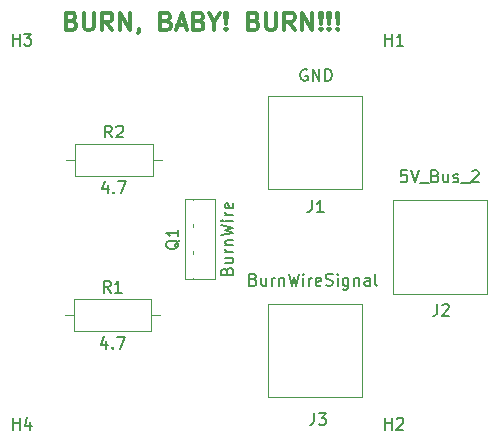
<source format=gbr>
G04 #@! TF.GenerationSoftware,KiCad,Pcbnew,(5.1.5)-3*
G04 #@! TF.CreationDate,2020-04-13T18:35:01-04:00*
G04 #@! TF.ProjectId,BurnWire_Circuit,4275726e-5769-4726-955f-436972637569,rev?*
G04 #@! TF.SameCoordinates,Original*
G04 #@! TF.FileFunction,Legend,Top*
G04 #@! TF.FilePolarity,Positive*
%FSLAX46Y46*%
G04 Gerber Fmt 4.6, Leading zero omitted, Abs format (unit mm)*
G04 Created by KiCad (PCBNEW (5.1.5)-3) date 2020-04-13 18:35:01*
%MOMM*%
%LPD*%
G04 APERTURE LIST*
%ADD10C,0.300000*%
%ADD11C,0.120000*%
%ADD12C,0.150000*%
G04 APERTURE END LIST*
D10*
X181532000Y-58312857D02*
X181746285Y-58384285D01*
X181817714Y-58455714D01*
X181889142Y-58598571D01*
X181889142Y-58812857D01*
X181817714Y-58955714D01*
X181746285Y-59027142D01*
X181603428Y-59098571D01*
X181032000Y-59098571D01*
X181032000Y-57598571D01*
X181532000Y-57598571D01*
X181674857Y-57670000D01*
X181746285Y-57741428D01*
X181817714Y-57884285D01*
X181817714Y-58027142D01*
X181746285Y-58170000D01*
X181674857Y-58241428D01*
X181532000Y-58312857D01*
X181032000Y-58312857D01*
X182532000Y-57598571D02*
X182532000Y-58812857D01*
X182603428Y-58955714D01*
X182674857Y-59027142D01*
X182817714Y-59098571D01*
X183103428Y-59098571D01*
X183246285Y-59027142D01*
X183317714Y-58955714D01*
X183389142Y-58812857D01*
X183389142Y-57598571D01*
X184960571Y-59098571D02*
X184460571Y-58384285D01*
X184103428Y-59098571D02*
X184103428Y-57598571D01*
X184674857Y-57598571D01*
X184817714Y-57670000D01*
X184889142Y-57741428D01*
X184960571Y-57884285D01*
X184960571Y-58098571D01*
X184889142Y-58241428D01*
X184817714Y-58312857D01*
X184674857Y-58384285D01*
X184103428Y-58384285D01*
X185603428Y-59098571D02*
X185603428Y-57598571D01*
X186460571Y-59098571D01*
X186460571Y-57598571D01*
X187246285Y-59027142D02*
X187246285Y-59098571D01*
X187174857Y-59241428D01*
X187103428Y-59312857D01*
X189532000Y-58312857D02*
X189746285Y-58384285D01*
X189817714Y-58455714D01*
X189889142Y-58598571D01*
X189889142Y-58812857D01*
X189817714Y-58955714D01*
X189746285Y-59027142D01*
X189603428Y-59098571D01*
X189032000Y-59098571D01*
X189032000Y-57598571D01*
X189532000Y-57598571D01*
X189674857Y-57670000D01*
X189746285Y-57741428D01*
X189817714Y-57884285D01*
X189817714Y-58027142D01*
X189746285Y-58170000D01*
X189674857Y-58241428D01*
X189532000Y-58312857D01*
X189032000Y-58312857D01*
X190460571Y-58670000D02*
X191174857Y-58670000D01*
X190317714Y-59098571D02*
X190817714Y-57598571D01*
X191317714Y-59098571D01*
X192317714Y-58312857D02*
X192532000Y-58384285D01*
X192603428Y-58455714D01*
X192674857Y-58598571D01*
X192674857Y-58812857D01*
X192603428Y-58955714D01*
X192532000Y-59027142D01*
X192389142Y-59098571D01*
X191817714Y-59098571D01*
X191817714Y-57598571D01*
X192317714Y-57598571D01*
X192460571Y-57670000D01*
X192532000Y-57741428D01*
X192603428Y-57884285D01*
X192603428Y-58027142D01*
X192532000Y-58170000D01*
X192460571Y-58241428D01*
X192317714Y-58312857D01*
X191817714Y-58312857D01*
X193603428Y-58384285D02*
X193603428Y-59098571D01*
X193103428Y-57598571D02*
X193603428Y-58384285D01*
X194103428Y-57598571D01*
X194603428Y-58955714D02*
X194674857Y-59027142D01*
X194603428Y-59098571D01*
X194532000Y-59027142D01*
X194603428Y-58955714D01*
X194603428Y-59098571D01*
X194603428Y-58527142D02*
X194532000Y-57670000D01*
X194603428Y-57598571D01*
X194674857Y-57670000D01*
X194603428Y-58527142D01*
X194603428Y-57598571D01*
X196960571Y-58312857D02*
X197174857Y-58384285D01*
X197246285Y-58455714D01*
X197317714Y-58598571D01*
X197317714Y-58812857D01*
X197246285Y-58955714D01*
X197174857Y-59027142D01*
X197032000Y-59098571D01*
X196460571Y-59098571D01*
X196460571Y-57598571D01*
X196960571Y-57598571D01*
X197103428Y-57670000D01*
X197174857Y-57741428D01*
X197246285Y-57884285D01*
X197246285Y-58027142D01*
X197174857Y-58170000D01*
X197103428Y-58241428D01*
X196960571Y-58312857D01*
X196460571Y-58312857D01*
X197960571Y-57598571D02*
X197960571Y-58812857D01*
X198032000Y-58955714D01*
X198103428Y-59027142D01*
X198246285Y-59098571D01*
X198532000Y-59098571D01*
X198674857Y-59027142D01*
X198746285Y-58955714D01*
X198817714Y-58812857D01*
X198817714Y-57598571D01*
X200389142Y-59098571D02*
X199889142Y-58384285D01*
X199532000Y-59098571D02*
X199532000Y-57598571D01*
X200103428Y-57598571D01*
X200246285Y-57670000D01*
X200317714Y-57741428D01*
X200389142Y-57884285D01*
X200389142Y-58098571D01*
X200317714Y-58241428D01*
X200246285Y-58312857D01*
X200103428Y-58384285D01*
X199532000Y-58384285D01*
X201032000Y-59098571D02*
X201032000Y-57598571D01*
X201889142Y-59098571D01*
X201889142Y-57598571D01*
X202603428Y-58955714D02*
X202674857Y-59027142D01*
X202603428Y-59098571D01*
X202532000Y-59027142D01*
X202603428Y-58955714D01*
X202603428Y-59098571D01*
X202603428Y-58527142D02*
X202532000Y-57670000D01*
X202603428Y-57598571D01*
X202674857Y-57670000D01*
X202603428Y-58527142D01*
X202603428Y-57598571D01*
X203317714Y-58955714D02*
X203389142Y-59027142D01*
X203317714Y-59098571D01*
X203246285Y-59027142D01*
X203317714Y-58955714D01*
X203317714Y-59098571D01*
X203317714Y-58527142D02*
X203246285Y-57670000D01*
X203317714Y-57598571D01*
X203389142Y-57670000D01*
X203317714Y-58527142D01*
X203317714Y-57598571D01*
X204032000Y-58955714D02*
X204103428Y-59027142D01*
X204032000Y-59098571D01*
X203960571Y-59027142D01*
X204032000Y-58955714D01*
X204032000Y-59098571D01*
X204032000Y-58527142D02*
X203960571Y-57670000D01*
X204032000Y-57598571D01*
X204103428Y-57670000D01*
X204032000Y-58527142D01*
X204032000Y-57598571D01*
D11*
X206061600Y-82262400D02*
X198136800Y-82262400D01*
X206061600Y-90187200D02*
X206061600Y-82262400D01*
X198136800Y-90187200D02*
X206061600Y-90187200D01*
X198136800Y-82262400D02*
X198136800Y-90187200D01*
X206101600Y-64642400D02*
X198176800Y-64642400D01*
X206101600Y-72567200D02*
X206101600Y-64642400D01*
X198176800Y-72567200D02*
X206101600Y-72567200D01*
X198176800Y-64642400D02*
X198176800Y-72567200D01*
X216651600Y-73482400D02*
X208726800Y-73482400D01*
X216651600Y-81407200D02*
X216651600Y-73482400D01*
X208726800Y-81407200D02*
X216651600Y-81407200D01*
X208726800Y-73482400D02*
X208726800Y-81407200D01*
X189129800Y-70078600D02*
X188359800Y-70078600D01*
X181049800Y-70078600D02*
X181819800Y-70078600D01*
X188359800Y-68708600D02*
X181819800Y-68708600D01*
X188359800Y-71448600D02*
X188359800Y-68708600D01*
X181819800Y-71448600D02*
X188359800Y-71448600D01*
X181819800Y-68708600D02*
X181819800Y-71448600D01*
X189015500Y-83223100D02*
X188245500Y-83223100D01*
X180935500Y-83223100D02*
X181705500Y-83223100D01*
X188245500Y-81853100D02*
X181705500Y-81853100D01*
X188245500Y-84593100D02*
X188245500Y-81853100D01*
X181705500Y-84593100D02*
X188245500Y-84593100D01*
X181705500Y-81853100D02*
X181705500Y-84593100D01*
X191809000Y-73481000D02*
X191809000Y-73370000D01*
X191809000Y-75771000D02*
X191809000Y-75498000D01*
X191809000Y-78061000D02*
X191809000Y-77788000D01*
X191809000Y-80190000D02*
X191809000Y-80079000D01*
X191070000Y-73370000D02*
X193610000Y-73370000D01*
X191070000Y-80190000D02*
X193610000Y-80190000D01*
X193610000Y-80190000D02*
X193610000Y-73370000D01*
X191070000Y-80190000D02*
X191070000Y-73370000D01*
D12*
X176530095Y-60396380D02*
X176530095Y-59396380D01*
X176530095Y-59872571D02*
X177101523Y-59872571D01*
X177101523Y-60396380D02*
X177101523Y-59396380D01*
X177482476Y-59396380D02*
X178101523Y-59396380D01*
X177768190Y-59777333D01*
X177911047Y-59777333D01*
X178006285Y-59824952D01*
X178053904Y-59872571D01*
X178101523Y-59967809D01*
X178101523Y-60205904D01*
X178053904Y-60301142D01*
X178006285Y-60348761D01*
X177911047Y-60396380D01*
X177625333Y-60396380D01*
X177530095Y-60348761D01*
X177482476Y-60301142D01*
X202036666Y-91502380D02*
X202036666Y-92216666D01*
X201989047Y-92359523D01*
X201893809Y-92454761D01*
X201750952Y-92502380D01*
X201655714Y-92502380D01*
X202417619Y-91502380D02*
X203036666Y-91502380D01*
X202703333Y-91883333D01*
X202846190Y-91883333D01*
X202941428Y-91930952D01*
X202989047Y-91978571D01*
X203036666Y-92073809D01*
X203036666Y-92311904D01*
X202989047Y-92407142D01*
X202941428Y-92454761D01*
X202846190Y-92502380D01*
X202560476Y-92502380D01*
X202465238Y-92454761D01*
X202417619Y-92407142D01*
X196896190Y-80198571D02*
X197039047Y-80246190D01*
X197086666Y-80293809D01*
X197134285Y-80389047D01*
X197134285Y-80531904D01*
X197086666Y-80627142D01*
X197039047Y-80674761D01*
X196943809Y-80722380D01*
X196562857Y-80722380D01*
X196562857Y-79722380D01*
X196896190Y-79722380D01*
X196991428Y-79770000D01*
X197039047Y-79817619D01*
X197086666Y-79912857D01*
X197086666Y-80008095D01*
X197039047Y-80103333D01*
X196991428Y-80150952D01*
X196896190Y-80198571D01*
X196562857Y-80198571D01*
X197991428Y-80055714D02*
X197991428Y-80722380D01*
X197562857Y-80055714D02*
X197562857Y-80579523D01*
X197610476Y-80674761D01*
X197705714Y-80722380D01*
X197848571Y-80722380D01*
X197943809Y-80674761D01*
X197991428Y-80627142D01*
X198467619Y-80722380D02*
X198467619Y-80055714D01*
X198467619Y-80246190D02*
X198515238Y-80150952D01*
X198562857Y-80103333D01*
X198658095Y-80055714D01*
X198753333Y-80055714D01*
X199086666Y-80055714D02*
X199086666Y-80722380D01*
X199086666Y-80150952D02*
X199134285Y-80103333D01*
X199229523Y-80055714D01*
X199372380Y-80055714D01*
X199467619Y-80103333D01*
X199515238Y-80198571D01*
X199515238Y-80722380D01*
X199896190Y-79722380D02*
X200134285Y-80722380D01*
X200324761Y-80008095D01*
X200515238Y-80722380D01*
X200753333Y-79722380D01*
X201134285Y-80722380D02*
X201134285Y-80055714D01*
X201134285Y-79722380D02*
X201086666Y-79770000D01*
X201134285Y-79817619D01*
X201181904Y-79770000D01*
X201134285Y-79722380D01*
X201134285Y-79817619D01*
X201610476Y-80722380D02*
X201610476Y-80055714D01*
X201610476Y-80246190D02*
X201658095Y-80150952D01*
X201705714Y-80103333D01*
X201800952Y-80055714D01*
X201896190Y-80055714D01*
X202610476Y-80674761D02*
X202515238Y-80722380D01*
X202324761Y-80722380D01*
X202229523Y-80674761D01*
X202181904Y-80579523D01*
X202181904Y-80198571D01*
X202229523Y-80103333D01*
X202324761Y-80055714D01*
X202515238Y-80055714D01*
X202610476Y-80103333D01*
X202658095Y-80198571D01*
X202658095Y-80293809D01*
X202181904Y-80389047D01*
X203039047Y-80674761D02*
X203181904Y-80722380D01*
X203420000Y-80722380D01*
X203515238Y-80674761D01*
X203562857Y-80627142D01*
X203610476Y-80531904D01*
X203610476Y-80436666D01*
X203562857Y-80341428D01*
X203515238Y-80293809D01*
X203420000Y-80246190D01*
X203229523Y-80198571D01*
X203134285Y-80150952D01*
X203086666Y-80103333D01*
X203039047Y-80008095D01*
X203039047Y-79912857D01*
X203086666Y-79817619D01*
X203134285Y-79770000D01*
X203229523Y-79722380D01*
X203467619Y-79722380D01*
X203610476Y-79770000D01*
X204039047Y-80722380D02*
X204039047Y-80055714D01*
X204039047Y-79722380D02*
X203991428Y-79770000D01*
X204039047Y-79817619D01*
X204086666Y-79770000D01*
X204039047Y-79722380D01*
X204039047Y-79817619D01*
X204943809Y-80055714D02*
X204943809Y-80865238D01*
X204896190Y-80960476D01*
X204848571Y-81008095D01*
X204753333Y-81055714D01*
X204610476Y-81055714D01*
X204515238Y-81008095D01*
X204943809Y-80674761D02*
X204848571Y-80722380D01*
X204658095Y-80722380D01*
X204562857Y-80674761D01*
X204515238Y-80627142D01*
X204467619Y-80531904D01*
X204467619Y-80246190D01*
X204515238Y-80150952D01*
X204562857Y-80103333D01*
X204658095Y-80055714D01*
X204848571Y-80055714D01*
X204943809Y-80103333D01*
X205420000Y-80055714D02*
X205420000Y-80722380D01*
X205420000Y-80150952D02*
X205467619Y-80103333D01*
X205562857Y-80055714D01*
X205705714Y-80055714D01*
X205800952Y-80103333D01*
X205848571Y-80198571D01*
X205848571Y-80722380D01*
X206753333Y-80722380D02*
X206753333Y-80198571D01*
X206705714Y-80103333D01*
X206610476Y-80055714D01*
X206420000Y-80055714D01*
X206324761Y-80103333D01*
X206753333Y-80674761D02*
X206658095Y-80722380D01*
X206420000Y-80722380D01*
X206324761Y-80674761D01*
X206277142Y-80579523D01*
X206277142Y-80484285D01*
X206324761Y-80389047D01*
X206420000Y-80341428D01*
X206658095Y-80341428D01*
X206753333Y-80293809D01*
X207372380Y-80722380D02*
X207277142Y-80674761D01*
X207229523Y-80579523D01*
X207229523Y-79722380D01*
X201856666Y-73482380D02*
X201856666Y-74196666D01*
X201809047Y-74339523D01*
X201713809Y-74434761D01*
X201570952Y-74482380D01*
X201475714Y-74482380D01*
X202856666Y-74482380D02*
X202285238Y-74482380D01*
X202570952Y-74482380D02*
X202570952Y-73482380D01*
X202475714Y-73625238D01*
X202380476Y-73720476D01*
X202285238Y-73768095D01*
X201448095Y-62440000D02*
X201352857Y-62392380D01*
X201210000Y-62392380D01*
X201067142Y-62440000D01*
X200971904Y-62535238D01*
X200924285Y-62630476D01*
X200876666Y-62820952D01*
X200876666Y-62963809D01*
X200924285Y-63154285D01*
X200971904Y-63249523D01*
X201067142Y-63344761D01*
X201210000Y-63392380D01*
X201305238Y-63392380D01*
X201448095Y-63344761D01*
X201495714Y-63297142D01*
X201495714Y-62963809D01*
X201305238Y-62963809D01*
X201924285Y-63392380D02*
X201924285Y-62392380D01*
X202495714Y-63392380D01*
X202495714Y-62392380D01*
X202971904Y-63392380D02*
X202971904Y-62392380D01*
X203210000Y-62392380D01*
X203352857Y-62440000D01*
X203448095Y-62535238D01*
X203495714Y-62630476D01*
X203543333Y-62820952D01*
X203543333Y-62963809D01*
X203495714Y-63154285D01*
X203448095Y-63249523D01*
X203352857Y-63344761D01*
X203210000Y-63392380D01*
X202971904Y-63392380D01*
X212456666Y-82282380D02*
X212456666Y-82996666D01*
X212409047Y-83139523D01*
X212313809Y-83234761D01*
X212170952Y-83282380D01*
X212075714Y-83282380D01*
X212885238Y-82377619D02*
X212932857Y-82330000D01*
X213028095Y-82282380D01*
X213266190Y-82282380D01*
X213361428Y-82330000D01*
X213409047Y-82377619D01*
X213456666Y-82472857D01*
X213456666Y-82568095D01*
X213409047Y-82710952D01*
X212837619Y-83282380D01*
X213456666Y-83282380D01*
X209884285Y-70952380D02*
X209408095Y-70952380D01*
X209360476Y-71428571D01*
X209408095Y-71380952D01*
X209503333Y-71333333D01*
X209741428Y-71333333D01*
X209836666Y-71380952D01*
X209884285Y-71428571D01*
X209931904Y-71523809D01*
X209931904Y-71761904D01*
X209884285Y-71857142D01*
X209836666Y-71904761D01*
X209741428Y-71952380D01*
X209503333Y-71952380D01*
X209408095Y-71904761D01*
X209360476Y-71857142D01*
X210217619Y-70952380D02*
X210550952Y-71952380D01*
X210884285Y-70952380D01*
X210979523Y-72047619D02*
X211741428Y-72047619D01*
X212312857Y-71428571D02*
X212455714Y-71476190D01*
X212503333Y-71523809D01*
X212550952Y-71619047D01*
X212550952Y-71761904D01*
X212503333Y-71857142D01*
X212455714Y-71904761D01*
X212360476Y-71952380D01*
X211979523Y-71952380D01*
X211979523Y-70952380D01*
X212312857Y-70952380D01*
X212408095Y-71000000D01*
X212455714Y-71047619D01*
X212503333Y-71142857D01*
X212503333Y-71238095D01*
X212455714Y-71333333D01*
X212408095Y-71380952D01*
X212312857Y-71428571D01*
X211979523Y-71428571D01*
X213408095Y-71285714D02*
X213408095Y-71952380D01*
X212979523Y-71285714D02*
X212979523Y-71809523D01*
X213027142Y-71904761D01*
X213122380Y-71952380D01*
X213265238Y-71952380D01*
X213360476Y-71904761D01*
X213408095Y-71857142D01*
X213836666Y-71904761D02*
X213931904Y-71952380D01*
X214122380Y-71952380D01*
X214217619Y-71904761D01*
X214265238Y-71809523D01*
X214265238Y-71761904D01*
X214217619Y-71666666D01*
X214122380Y-71619047D01*
X213979523Y-71619047D01*
X213884285Y-71571428D01*
X213836666Y-71476190D01*
X213836666Y-71428571D01*
X213884285Y-71333333D01*
X213979523Y-71285714D01*
X214122380Y-71285714D01*
X214217619Y-71333333D01*
X214455714Y-72047619D02*
X215217619Y-72047619D01*
X215408095Y-71047619D02*
X215455714Y-71000000D01*
X215550952Y-70952380D01*
X215789047Y-70952380D01*
X215884285Y-71000000D01*
X215931904Y-71047619D01*
X215979523Y-71142857D01*
X215979523Y-71238095D01*
X215931904Y-71380952D01*
X215360476Y-71952380D01*
X215979523Y-71952380D01*
X176530095Y-92908380D02*
X176530095Y-91908380D01*
X176530095Y-92384571D02*
X177101523Y-92384571D01*
X177101523Y-92908380D02*
X177101523Y-91908380D01*
X178006285Y-92241714D02*
X178006285Y-92908380D01*
X177768190Y-91860761D02*
X177530095Y-92575047D01*
X178149142Y-92575047D01*
X208026095Y-92908380D02*
X208026095Y-91908380D01*
X208026095Y-92384571D02*
X208597523Y-92384571D01*
X208597523Y-92908380D02*
X208597523Y-91908380D01*
X209026095Y-92003619D02*
X209073714Y-91956000D01*
X209168952Y-91908380D01*
X209407047Y-91908380D01*
X209502285Y-91956000D01*
X209549904Y-92003619D01*
X209597523Y-92098857D01*
X209597523Y-92194095D01*
X209549904Y-92336952D01*
X208978476Y-92908380D01*
X209597523Y-92908380D01*
X208026095Y-60396380D02*
X208026095Y-59396380D01*
X208026095Y-59872571D02*
X208597523Y-59872571D01*
X208597523Y-60396380D02*
X208597523Y-59396380D01*
X209597523Y-60396380D02*
X209026095Y-60396380D01*
X209311809Y-60396380D02*
X209311809Y-59396380D01*
X209216571Y-59539238D01*
X209121333Y-59634476D01*
X209026095Y-59682095D01*
X184923133Y-68160980D02*
X184589800Y-67684790D01*
X184351704Y-68160980D02*
X184351704Y-67160980D01*
X184732657Y-67160980D01*
X184827895Y-67208600D01*
X184875514Y-67256219D01*
X184923133Y-67351457D01*
X184923133Y-67494314D01*
X184875514Y-67589552D01*
X184827895Y-67637171D01*
X184732657Y-67684790D01*
X184351704Y-67684790D01*
X185304085Y-67256219D02*
X185351704Y-67208600D01*
X185446942Y-67160980D01*
X185685038Y-67160980D01*
X185780276Y-67208600D01*
X185827895Y-67256219D01*
X185875514Y-67351457D01*
X185875514Y-67446695D01*
X185827895Y-67589552D01*
X185256466Y-68160980D01*
X185875514Y-68160980D01*
X184565990Y-72234314D02*
X184565990Y-72900980D01*
X184327895Y-71853361D02*
X184089800Y-72567647D01*
X184708847Y-72567647D01*
X185089800Y-72805742D02*
X185137419Y-72853361D01*
X185089800Y-72900980D01*
X185042180Y-72853361D01*
X185089800Y-72805742D01*
X185089800Y-72900980D01*
X185470752Y-71900980D02*
X186137419Y-71900980D01*
X185708847Y-72900980D01*
X184808833Y-81305480D02*
X184475500Y-80829290D01*
X184237404Y-81305480D02*
X184237404Y-80305480D01*
X184618357Y-80305480D01*
X184713595Y-80353100D01*
X184761214Y-80400719D01*
X184808833Y-80495957D01*
X184808833Y-80638814D01*
X184761214Y-80734052D01*
X184713595Y-80781671D01*
X184618357Y-80829290D01*
X184237404Y-80829290D01*
X185761214Y-81305480D02*
X185189785Y-81305480D01*
X185475500Y-81305480D02*
X185475500Y-80305480D01*
X185380261Y-80448338D01*
X185285023Y-80543576D01*
X185189785Y-80591195D01*
X184451690Y-85378814D02*
X184451690Y-86045480D01*
X184213595Y-84997861D02*
X183975500Y-85712147D01*
X184594547Y-85712147D01*
X184975500Y-85950242D02*
X185023119Y-85997861D01*
X184975500Y-86045480D01*
X184927880Y-85997861D01*
X184975500Y-85950242D01*
X184975500Y-86045480D01*
X185356452Y-85045480D02*
X186023119Y-85045480D01*
X185594547Y-86045480D01*
X190617619Y-76875238D02*
X190570000Y-76970476D01*
X190474761Y-77065714D01*
X190331904Y-77208571D01*
X190284285Y-77303809D01*
X190284285Y-77399047D01*
X190522380Y-77351428D02*
X190474761Y-77446666D01*
X190379523Y-77541904D01*
X190189047Y-77589523D01*
X189855714Y-77589523D01*
X189665238Y-77541904D01*
X189570000Y-77446666D01*
X189522380Y-77351428D01*
X189522380Y-77160952D01*
X189570000Y-77065714D01*
X189665238Y-76970476D01*
X189855714Y-76922857D01*
X190189047Y-76922857D01*
X190379523Y-76970476D01*
X190474761Y-77065714D01*
X190522380Y-77160952D01*
X190522380Y-77351428D01*
X190522380Y-75970476D02*
X190522380Y-76541904D01*
X190522380Y-76256190D02*
X189522380Y-76256190D01*
X189665238Y-76351428D01*
X189760476Y-76446666D01*
X189808095Y-76541904D01*
X194668571Y-79470476D02*
X194716190Y-79327619D01*
X194763809Y-79280000D01*
X194859047Y-79232380D01*
X195001904Y-79232380D01*
X195097142Y-79280000D01*
X195144761Y-79327619D01*
X195192380Y-79422857D01*
X195192380Y-79803809D01*
X194192380Y-79803809D01*
X194192380Y-79470476D01*
X194240000Y-79375238D01*
X194287619Y-79327619D01*
X194382857Y-79280000D01*
X194478095Y-79280000D01*
X194573333Y-79327619D01*
X194620952Y-79375238D01*
X194668571Y-79470476D01*
X194668571Y-79803809D01*
X194525714Y-78375238D02*
X195192380Y-78375238D01*
X194525714Y-78803809D02*
X195049523Y-78803809D01*
X195144761Y-78756190D01*
X195192380Y-78660952D01*
X195192380Y-78518095D01*
X195144761Y-78422857D01*
X195097142Y-78375238D01*
X195192380Y-77899047D02*
X194525714Y-77899047D01*
X194716190Y-77899047D02*
X194620952Y-77851428D01*
X194573333Y-77803809D01*
X194525714Y-77708571D01*
X194525714Y-77613333D01*
X194525714Y-77280000D02*
X195192380Y-77280000D01*
X194620952Y-77280000D02*
X194573333Y-77232380D01*
X194525714Y-77137142D01*
X194525714Y-76994285D01*
X194573333Y-76899047D01*
X194668571Y-76851428D01*
X195192380Y-76851428D01*
X194192380Y-76470476D02*
X195192380Y-76232380D01*
X194478095Y-76041904D01*
X195192380Y-75851428D01*
X194192380Y-75613333D01*
X195192380Y-75232380D02*
X194525714Y-75232380D01*
X194192380Y-75232380D02*
X194240000Y-75280000D01*
X194287619Y-75232380D01*
X194240000Y-75184761D01*
X194192380Y-75232380D01*
X194287619Y-75232380D01*
X195192380Y-74756190D02*
X194525714Y-74756190D01*
X194716190Y-74756190D02*
X194620952Y-74708571D01*
X194573333Y-74660952D01*
X194525714Y-74565714D01*
X194525714Y-74470476D01*
X195144761Y-73756190D02*
X195192380Y-73851428D01*
X195192380Y-74041904D01*
X195144761Y-74137142D01*
X195049523Y-74184761D01*
X194668571Y-74184761D01*
X194573333Y-74137142D01*
X194525714Y-74041904D01*
X194525714Y-73851428D01*
X194573333Y-73756190D01*
X194668571Y-73708571D01*
X194763809Y-73708571D01*
X194859047Y-74184761D01*
M02*

</source>
